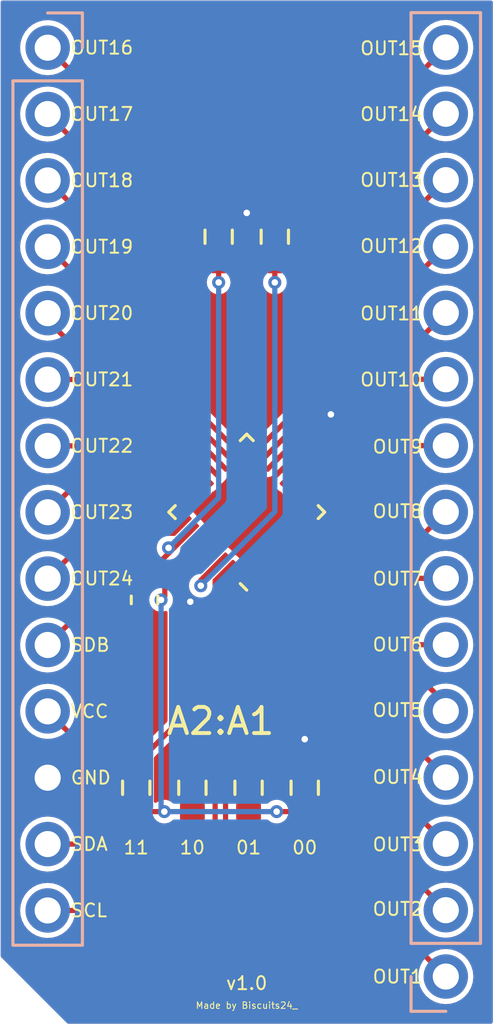
<source format=kicad_pcb>
(kicad_pcb (version 20211014) (generator pcbnew)
  (layers (0 "F.Cu" signal) (31 "B.Cu" signal) (34 "B.Paste" user) (35 "F.Paste" user) (36 "B.SilkS" user "B.Silkscreen") (37 "F.SilkS" user "F.Silkscreen") (38 "B.Mask" user) (39 "F.Mask" user) (44 "Edge.Cuts" user))
  (net 0 "")
  (net 1 "SDB")
  (net 2 "OUT1")
  (net 3 "OUT2")
  (net 4 "OUT3")
  (net 5 "OUT4")
  (net 6 "OUT5")
  (net 7 "OUT6")
  (net 8 "OUT7")
  (net 9 "OUT8")
  (net 10 "OUT9")
  (net 11 "OUT10")
  (net 12 "OUT11")
  (net 13 "OUT12")
  (net 14 "GND")
  (net 15 "OUT13")
  (net 16 "OUT14")
  (net 17 "OUT15")
  (net 18 "OUT16")
  (net 19 "OUT17")
  (net 20 "OUT18")
  (net 21 "OUT19")
  (net 22 "OUT20")
  (net 23 "OUT21")
  (net 24 "OUT22")
  (net 25 "OUT23")
  (net 26 "OUT24")
  (net 27 "AD")
  (net 28 "VCC")
  (net 29 "ISET")
  (net 30 "SDA")
  (net 31 "SCL")
  (footprint "Resistor_SMD:R_0603_1608Metric_Pad0.98x0.95mm_HandSolder" (layer "F.Cu") (at 106.43 66.34 90)
    (fp_text reference "R6" hide)
    (fp_text value "R_0603_1608Metric_Pad0.98x0.95mm_HandSolder" hide)
    (fp_line (start -0.254724 0.5225) (end 0.254724 0.5225) (layer "F.SilkS") (width 0.12))
    (fp_line (start -0.254724 -0.5225) (end 0.254724 -0.5225) (layer "F.SilkS") (width 0.12))
    (pad "1" smd roundrect (at -0.9125 0 90) (size 0.975 0.95) (layers "F.Cu" "F.Paste" "F.Mask") (net 27 "AD"))
    (pad "2" smd roundrect (at 0.9125 0 90) (size 0.975 0.95) (layers "F.Cu" "F.Paste" "F.Mask") (net 14 "GND"))
  )
  (footprint "Capacitor_SMD:C_0603_1608Metric_Pad1.08x0.95mm_HandSolder" (layer "F.Cu") (at 100.3 59.15 -90)
    (fp_text reference "C1" hide)
    (fp_text value "0.1μF/5V" hide)
    (fp_line (start -0.146267 0.51) (end 0.146267 0.51) (layer "F.SilkS") (width 0.12))
    (fp_line (start -0.146267 -0.51) (end 0.146267 -0.51) (layer "F.SilkS") (width 0.12))
    (pad "1" smd roundrect (at -0.8625 0 270) (size 1.075 0.95) (layers "F.Cu" "F.Paste" "F.Mask") (net 1 "SDB"))
    (pad "2" smd roundrect (at 0.8625 0 270) (size 1.075 0.95) (layers "F.Cu" "F.Paste" "F.Mask") (net 14 "GND"))
  )
  (footprint "Resistor_SMD:R_0603_1608Metric_Pad0.98x0.95mm_HandSolder" (layer "F.Cu") (at 103.135 45.25 90)
    (fp_text reference "R1" hide)
    (fp_text value "100kΩ" hide)
    (fp_line (start -0.254724 -0.5225) (end 0.254724 -0.5225) (layer "F.SilkS") (width 0.12))
    (fp_line (start -0.254724 0.5225) (end 0.254724 0.5225) (layer "F.SilkS") (width 0.12))
    (pad "1" smd roundrect (at -0.9125 0 90) (size 0.975 0.95) (layers "F.Cu" "F.Paste" "F.Mask") (net 1 "SDB"))
    (pad "2" smd roundrect (at 0.9125 0 90) (size 0.975 0.95) (layers "F.Cu" "F.Paste" "F.Mask") (net 14 "GND"))
  )
  (footprint "Resistor_SMD:R_0603_1608Metric_Pad0.98x0.95mm_HandSolder" (layer "F.Cu") (at 105.285 45.25 90)
    (fp_text reference "R2" hide)
    (fp_text value "3.3kΩ" hide)
    (fp_line (start -0.254724 0.5225) (end 0.254724 0.5225) (layer "F.SilkS") (width 0.12))
    (fp_line (start -0.254724 -0.5225) (end 0.254724 -0.5225) (layer "F.SilkS") (width 0.12))
    (pad "1" smd roundrect (at -0.9125 0 90) (size 0.975 0.95) (layers "F.Cu" "F.Paste" "F.Mask") (net 29 "ISET"))
    (pad "2" smd roundrect (at 0.9125 0 90) (size 0.975 0.95) (layers "F.Cu" "F.Paste" "F.Mask") (net 14 "GND"))
  )
  (footprint "Resistor_SMD:R_0603_1608Metric_Pad0.98x0.95mm_HandSolder" (layer "F.Cu") (at 99.98 66.34 90)
    (fp_text reference "R3" hide)
    (fp_text value "R_0603_1608Metric_Pad0.98x0.95mm_HandSolder" hide)
    (fp_line (start -0.254724 0.5225) (end 0.254724 0.5225) (layer "F.SilkS") (width 0.12))
    (fp_line (start -0.254724 -0.5225) (end 0.254724 -0.5225) (layer "F.SilkS") (width 0.12))
    (pad "1" smd roundrect (at -0.9125 0 90) (size 0.975 0.95) (layers "F.Cu" "F.Paste" "F.Mask") (net 27 "AD"))
    (pad "2" smd roundrect (at 0.9125 0 90) (size 0.975 0.95) (layers "F.Cu" "F.Paste" "F.Mask") (net 28 "VCC"))
  )
  (footprint "Resistor_SMD:R_0603_1608Metric_Pad0.98x0.95mm_HandSolder" (layer "F.Cu") (at 104.28 66.34 90)
    (fp_text reference "R5" hide)
    (fp_text value "R_0603_1608Metric_Pad0.98x0.95mm_HandSolder" hide)
    (fp_line (start -0.254724 0.5225) (end 0.254724 0.5225) (layer "F.SilkS") (width 0.12))
    (fp_line (start -0.254724 -0.5225) (end 0.254724 -0.5225) (layer "F.SilkS") (width 0.12))
    (pad "1" smd roundrect (at -0.9125 0 90) (size 0.975 0.95) (layers "F.Cu" "F.Paste" "F.Mask") (net 27 "AD"))
    (pad "2" smd roundrect (at 0.9125 0 90) (size 0.975 0.95) (layers "F.Cu" "F.Paste" "F.Mask") (net 31 "SCL"))
  )
  (footprint "Package_DFN_QFN:QFN-32-1EP_4x4mm_P0.4mm_EP2.9x2.9mm" (layer "F.Cu") (at 104.21 55.79 135)
    (fp_text reference "U1" hide)
    (fp_text value "QFN-32-1EP_4x4mm_P0.4mm_EP2.9x2.9mm" hide)
    (fp_line (start 1.76 -2.11) (end 2.11 -2.11) (layer "F.SilkS") (width 0.12))
    (fp_line (start -1.76 2.11) (end -2.11 2.11) (layer "F.SilkS") (width 0.12))
    (fp_line (start -2.11 2.11) (end -2.11 1.76) (layer "F.SilkS") (width 0.12))
    (fp_line (start 1.76 2.11) (end 2.11 2.11) (layer "F.SilkS") (width 0.12))
    (fp_line (start 2.11 -2.11) (end 2.11 -1.76) (layer "F.SilkS") (width 0.12))
    (fp_line (start -1.76 -2.11) (end -2.11 -2.11) (layer "F.SilkS") (width 0.12))
    (fp_line (start 2.11 2.11) (end 2.11 1.76) (layer "F.SilkS") (width 0.12))
    (pad "1" smd roundrect (at -2 -1.4 135) (size 0.7 0.2) (layers "F.Cu" "F.Paste" "F.Mask") (net 2 "OUT1"))
    (pad "2" smd roundrect (at -2 -1 135) (size 0.7 0.2) (layers "F.Cu" "F.Paste" "F.Mask") (net 3 "OUT2"))
    (pad "3" smd roundrect (at -2 -0.6 135) (size 0.7 0.2) (layers "F.Cu" "F.Paste" "F.Mask") (net 4 "OUT3"))
    (pad "4" smd roundrect (at -2 -0.2 135) (size 0.7 0.2) (layers "F.Cu" "F.Paste" "F.Mask") (net 5 "OUT4"))
    (pad "5" smd roundrect (at -2 0.2 135) (size 0.7 0.2) (layers "F.Cu" "F.Paste" "F.Mask") (net 6 "OUT5"))
    (pad "6" smd roundrect (at -2 0.6 135) (size 0.7 0.2) (layers "F.Cu" "F.Paste" "F.Mask") (net 7 "OUT6"))
    (pad "7" smd roundrect (at -2 1 135) (size 0.7 0.2) (layers "F.Cu" "F.Paste" "F.Mask") (net 8 "OUT7"))
    (pad "8" smd roundrect (at -2 1.4 135) (size 0.7 0.2) (layers "F.Cu" "F.Paste" "F.Mask") (net 9 "OUT8"))
    (pad "9" smd roundrect (at -1.4 2 135) (size 0.2 0.7) (layers "F.Cu" "F.Paste" "F.Mask") (net 10 "OUT9"))
    (pad "10" smd roundrect (at -1 2 135) (size 0.2 0.7) (layers "F.Cu" "F.Paste" "F.Mask") (net 11 "OUT10"))
    (pad "11" smd roundrect (at -0.6 2 135) (size 0.2 0.7) (layers "F.Cu" "F.Paste" "F.Mask") (net 12 "OUT11"))
    (pad "12" smd roundrect (at -0.2 2 135) (size 0.2 0.7) (layers "F.Cu" "F.Paste" "F.Mask") (net 13 "OUT12"))
    (pad "13" smd roundrect (at 0.2 2 135) (size 0.2 0.7) (layers "F.Cu" "F.Paste" "F.Mask") (net 14 "GND"))
    (pad "14" smd roundrect (at 0.6 2 135) (size 0.2 0.7) (layers "F.Cu" "F.Paste" "F.Mask") (net 15 "OUT13"))
    (pad "15" smd roundrect (at 1 2 135) (size 0.2 0.7) (layers "F.Cu" "F.Paste" "F.Mask") (net 16 "OUT14"))
    (pad "16" smd roundrect (at 1.4 2 135) (size 0.2 0.7) (layers "F.Cu" "F.Paste" "F.Mask") (net 17 "OUT15"))
    (pad "17" smd roundrect (at 2 1.4 135) (size 0.7 0.2) (layers "F.Cu" "F.Paste" "F.Mask") (net 18 "OUT16"))
    (pad "18" smd roundrect (at 2 1 135) (size 0.7 0.2) (layers "F.Cu" "F.Paste" "F.Mask") (net 19 "OUT17"))
    (pad "19" smd roundrect (at 2 0.6 135) (size 0.7 0.2) (layers "F.Cu" "F.Paste" "F.Mask") (net 20 "OUT18"))
    (pad "20" smd roundrect (at 2 0.2 135) (size 0.7 0.2) (layers "F.Cu" "F.Paste" "F.Mask") (net 21 "OUT19"))
    (pad "21" smd roundrect (at 2 -0.2 135) (size 0.7 0.2) (layers "F.Cu" "F.Paste" "F.Mask") (net 22 "OUT20"))
    (pad "22" smd roundrect (at 2 -0.6 135) (size 0.7 0.2) (layers "F.Cu" "F.Paste" "F.Mask") (net 23 "OUT21"))
    (pad "23" smd roundrect (at 2 -1 135) (size 0.7 0.2) (layers "F.Cu" "F.Paste" "F.Mask") (net 24 "OUT22"))
    (pad "24" smd roundrect (at 2 -1.4 135) (size 0.7 0.2) (layers "F.Cu" "F.Paste" "F.Mask") (net 25 "OUT23"))
    (pad "25" smd roundrect (at 1.4 -2 135) (size 0.2 0.7) (layers "F.Cu" "F.Paste" "F.Mask") (net 26 "OUT24"))
    (pad "26" smd roundrect (at 1 -2 135) (size 0.2 0.7) (layers "F.Cu" "F.Paste" "F.Mask") (net 1 "SDB"))
    (pad "27" smd roundrect (at 0.6 -2 135) (size 0.2 0.7) (layers "F.Cu" "F.Paste" "F.Mask") (net 27 "AD"))
    (pad "28" smd roundrect (at 0.2 -2 135) (size 0.2 0.7) (layers "F.Cu" "F.Paste" "F.Mask") (net 28 "VCC"))
    (pad "29" smd roundrect (at -0.2 -2 135) (size 0.2 0.7) (layers "F.Cu" "F.Paste" "F.Mask") (net 14 "GND"))
    (pad "30" smd roundrect (at -0.6 -2 135) (size 0.2 0.7) (layers "F.Cu" "F.Paste" "F.Mask") (net 29 "ISET"))
    (pad "31" smd roundrect (at -1 -2 135) (size 0.2 0.7) (layers "F.Cu" "F.Paste" "F.Mask") (net 30 "SDA"))
    (pad "32" smd roundrect (at -1.4 -2 135) (size 0.2 0.7) (layers "F.Cu" "F.Paste" "F.Mask") (net 31 "SCL"))
    (pad "33" smd rect (at 0 0 135) (size 2.9 2.9) (layers "F.Cu" "F.Mask") (net 14 "GND"))
  )
  (footprint "Resistor_SMD:R_0603_1608Metric_Pad0.98x0.95mm_HandSolder" (layer "F.Cu") (at 102.13 66.34 90)
    (fp_text reference "R4" hide)
    (fp_text value "R_0603_1608Metric_Pad0.98x0.95mm_HandSolder" hide)
    (fp_line (start -0.254724 -0.5225) (end 0.254724 -0.5225) (layer "F.SilkS") (width 0.12))
    (fp_line (start -0.254724 0.5225) (end 0.254724 0.5225) (layer "F.SilkS") (width 0.12))
    (pad "1" smd roundrect (at -0.9125 0 90) (size 0.975 0.95) (layers "F.Cu" "F.Paste" "F.Mask") (net 27 "AD"))
    (pad "2" smd roundrect (at 0.9125 0 90) (size 0.975 0.95) (layers "F.Cu" "F.Paste" "F.Mask") (net 30 "SDA"))
  )
  (footprint "Connector_PinHeader_2.54mm:PinHeader_1x14_P2.54mm_Vertical" (layer "B.Cu") (at 96.59 38.015 180)
    (fp_text reference "REF**" hide)
    (fp_text value "PinHeader_1x14_P2.54mm_Vertical" hide)
    (fp_line (start -1.33 -1.27) (end 1.33 -1.27) (layer "B.SilkS") (width 0.12))
    (fp_line (start -1.33 -34.35) (end 1.33 -34.35) (layer "B.SilkS") (width 0.12))
    (fp_line (start -1.33 0) (end -1.33 1.33) (layer "B.SilkS") (width 0.12))
    (fp_line (start -1.33 1.33) (end 0 1.33) (layer "B.SilkS") (width 0.12))
    (fp_line (start -1.33 -1.27) (end -1.33 -34.35) (layer "B.SilkS") (width 0.12))
    (fp_line (start 1.33 -1.27) (end 1.33 -34.35) (layer "B.SilkS") (width 0.12))
    (pad "1" thru_hole oval (at 0 0 180) (size 1.7 1.7) (drill 1) (layers *.Cu *.Mask) (net 18 "OUT16"))
    (pad "2" thru_hole oval (at 0 -2.54 180) (size 1.7 1.7) (drill 1) (layers *.Cu *.Mask) (net 19 "OUT17"))
    (pad "3" thru_hole oval (at 0 -5.08 180) (size 1.7 1.7) (drill 1) (layers *.Cu *.Mask) (net 20 "OUT18"))
    (pad "4" thru_hole oval (at 0 -7.62 180) (size 1.7 1.7) (drill 1) (layers *.Cu *.Mask) (net 21 "OUT19"))
    (pad "5" thru_hole oval (at 0 -10.16 180) (size 1.7 1.7) (drill 1) (layers *.Cu *.Mask) (net 22 "OUT20"))
    (pad "6" thru_hole oval (at 0 -12.7 180) (size 1.7 1.7) (drill 1) (layers *.Cu *.Mask) (net 23 "OUT21"))
    (pad "7" thru_hole oval (at 0 -15.24 180) (size 1.7 1.7) (drill 1) (layers *.Cu *.Mask) (net 24 "OUT22"))
    (pad "8" thru_hole oval (at 0 -17.78 180) (size 1.7 1.7) (drill 1) (layers *.Cu *.Mask) (net 25 "OUT23"))
    (pad "9" thru_hole oval (at 0 -20.32 180) (size 1.7 1.7) (drill 1) (layers *.Cu *.Mask) (net 26 "OUT24"))
    (pad "10" thru_hole oval (at 0 -22.86 180) (size 1.7 1.7) (drill 1) (layers *.Cu *.Mask) (net 1 "SDB"))
    (pad "11" thru_hole oval (at 0 -25.4 180) (size 1.7 1.7) (drill 1) (layers *.Cu *.Mask) (net 28 "VCC"))
    (pad "12" thru_hole oval (at 0 -27.94 180) (size 1.7 1.7) (drill 1) (layers *.Cu *.Mask) (net 14 "GND"))
    (pad "13" thru_hole oval (at 0 -30.48 180) (size 1.7 1.7) (drill 1) (layers *.Cu *.Mask) (net 30 "SDA"))
    (pad "14" thru_hole oval (at 0 -33.02 180) (size 1.7 1.7) (drill 1) (layers *.Cu *.Mask) (net 31 "SCL"))
  )
  (footprint "Connector_PinHeader_2.54mm:PinHeader_1x15_P2.54mm_Vertical" (layer "B.Cu") (at 111.83 73.565)
    (fp_text reference "REF**" hide)
    (fp_text value "PinHeader_1x15_P2.54mm_Vertical" hide)
    (fp_line (start -1.33 -36.89) (end 1.33 -36.89) (layer "B.SilkS") (width 0.12))
    (fp_line (start -1.33 0) (end -1.33 1.33) (layer "B.SilkS") (width 0.12))
    (fp_line (start 1.33 -1.27) (end 1.33 -36.89) (layer "B.SilkS") (width 0.12))
    (fp_line (start -1.33 -1.27) (end -1.33 -36.89) (layer "B.SilkS") (width 0.12))
    (fp_line (start -1.33 1.33) (end 0 1.33) (layer "B.SilkS") (width 0.12))
    (fp_line (start -1.33 -1.27) (end 1.33 -1.27) (layer "B.SilkS") (width 0.12))
    (pad "1" thru_hole oval (at 0 0) (size 1.7 1.7) (drill 1) (layers *.Cu *.Mask) (net 2 "OUT1"))
    (pad "2" thru_hole oval (at 0 -2.54) (size 1.7 1.7) (drill 1) (layers *.Cu *.Mask) (net 3 "OUT2"))
    (pad "3" thru_hole oval (at 0 -5.08) (size 1.7 1.7) (drill 1) (layers *.Cu *.Mask) (net 4 "OUT3"))
    (pad "4" thru_hole oval (at 0 -7.62) (size 1.7 1.7) (drill 1) (layers *.Cu *.Mask) (net 5 "OUT4"))
    (pad "5" thru_hole oval (at 0 -10.16) (size 1.7 1.7) (drill 1) (layers *.Cu *.Mask) (net 6 "OUT5"))
    (pad "6" thru_hole oval (at 0 -12.7) (size 1.7 1.7) (drill 1) (layers *.Cu *.Mask) (net 7 "OUT6"))
    (pad "7" thru_hole oval (at 0 -15.24) (size 1.7 1.7) (drill 1) (layers *.Cu *.Mask) (net 8 "OUT7"))
    (pad "8" thru_hole oval (at 0 -17.78) (size 1.7 1.7) (drill 1) (layers *.Cu *.Mask) (net 9 "OUT8"))
    (pad "9" thru_hole oval (at 0 -20.32) (size 1.7 1.7) (drill 1) (layers *.Cu *.Mask) (net 10 "OUT9"))
    (pad "10" thru_hole oval (at 0 -22.86) (size 1.7 1.7) (drill 1) (layers *.Cu *.Mask) (net 11 "OUT10"))
    (pad "11" thru_hole oval (at 0 -25.4) (size 1.7 1.7) (drill 1) (layers *.Cu *.Mask) (net 12 "OUT11"))
    (pad "12" thru_hole oval (at 0 -27.94) (size 1.7 1.7) (drill 1) (layers *.Cu *.Mask) (net 13 "OUT12"))
    (pad "13" thru_hole oval (at 0 -30.48) (size 1.7 1.7) (drill 1) (layers *.Cu *.Mask) (net 15 "OUT13"))
    (pad "14" thru_hole oval (at 0 -33.02) (size 1.7 1.7) (drill 1) (layers *.Cu *.Mask) (net 16 "OUT14"))
    (pad "15" thru_hole oval (at 0 -35.56) (size 1.7 1.7) (drill 1) (layers *.Cu *.Mask) (net 17 "OUT15"))
  )
  (gr_line (start 113.63 36.21) (end 94.79 36.21) (layer "Edge.Cuts") (width 0.0001))
  (gr_line (start 94.79 36.21) (end 94.79 72.81) (layer "Edge.Cuts") (width 0.0001))
  (gr_line (start 97.35 75.37) (end 113.63 75.37) (layer "Edge.Cuts") (width 0.0001))
  (gr_line (start 94.79 72.81) (end 97.35 75.37) (layer "Edge.Cuts") (width 0.0001))
  (gr_line (start 113.63 75.37) (end 113.63 36.21) (layer "Edge.Cuts") (width 0.0001))
  (gr_text "OUT9" (at 109.988095 53.29) (layer "F.SilkS") (effects (font (size 0.5 0.5) (thickness 0.075))))
  (gr_text "v1.0" (at 104.209999 73.82) (layer "F.SilkS") (effects (font (size 0.5 0.5) (thickness 0.075))))
  (gr_text "SDA\n" (at 98.181905 68.495) (layer "F.SilkS") (effects (font (size 0.5 0.5) (thickness 0.075))))
  (gr_text "OUT6" (at 109.988095 60.86) (layer "F.SilkS") (effects (font (size 0.5 0.5) (thickness 0.075))))
  (gr_text "OUT19" (at 98.67 45.635) (layer "F.SilkS") (effects (font (size 0.5 0.5) (thickness 0.075))))
  (gr_text "A2:A1" (at 103.205 63.79) (layer "F.SilkS") (effects (font (size 1 1))))
  (gr_text "01" (at 104.279999 68.63) (layer "F.SilkS") (effects (font (size 0.5 0.5) (thickness 0.075))))
  (gr_text "OUT2" (at 109.988095 70.98) (layer "F.SilkS") (effects (font (size 0.5 0.5) (thickness 0.075))))
  (gr_text "00" (at 106.429999 68.63) (layer "F.SilkS") (effects (font (size 0.5 0.5) (thickness 0.075))))
  (gr_text "Made by Biscuits24_" (at 104.209999 74.67) (layer "F.SilkS") (effects (font (size 0.25 0.25) (thickness 0.0375))))
  (gr_text "OUT4" (at 109.988095 65.93) (layer "F.SilkS") (effects (font (size 0.5 0.5) (thickness 0.075))))
  (gr_text "OUT17" (at 98.67 40.555) (layer "F.SilkS") (effects (font (size 0.5 0.5) (thickness 0.075))))
  (gr_text "OUT24" (at 98.67 58.335) (layer "F.SilkS") (effects (font (size 0.5 0.5) (thickness 0.075))))
  (gr_text "OUT5" (at 109.988095 63.37) (layer "F.SilkS") (effects (font (size 0.5 0.5) (thickness 0.075))))
  (gr_text "OUT1" (at 109.988095 73.57) (layer "F.SilkS") (effects (font (size 0.5 0.5) (thickness 0.075))))
  (gr_text "10" (at 102.129999 68.63) (layer "F.SilkS") (effects (font (size 0.5 0.5) (thickness 0.075))))
  (gr_text "OUT14" (at 109.75 40.56) (layer "F.SilkS") (effects (font (size 0.5 0.5) (thickness 0.075))))
  (gr_text "OUT8" (at 109.988095 55.76) (layer "F.SilkS") (effects (font (size 0.5 0.5) (thickness 0.075))))
  (gr_text "SCL" (at 98.17 71.035) (layer "F.SilkS") (effects (font (size 0.5 0.5) (thickness 0.075))))
  (gr_text "OUT23" (at 98.67 55.795) (layer "F.SilkS") (effects (font (size 0.5 0.5) (thickness 0.075))))
  (gr_text "OUT22" (at 98.67 53.255) (layer "F.SilkS") (effects (font (size 0.5 0.5) (thickness 0.075))))
  (gr_text "OUT13" (at 109.75 43.08) (layer "F.SilkS") (effects (font (size 0.5 0.5) (thickness 0.075))))
  (gr_text "OUT18" (at 98.67 43.095) (layer "F.SilkS") (effects (font (size 0.5 0.5) (thickness 0.075))))
  (gr_text "GND" (at 98.241429 65.955) (layer "F.SilkS") (effects (font (size 0.5 0.5) (thickness 0.075))))
  (gr_text "OUT7" (at 109.988095 58.34) (layer "F.SilkS") (effects (font (size 0.5 0.5) (thickness 0.075))))
  (gr_text "SDB" (at 98.217619 60.875) (layer "F.SilkS") (effects (font (size 0.5 0.5) (thickness 0.075))))
  (gr_text "11" (at 99.979999 68.63) (layer "F.SilkS") (effects (font (size 0.5 0.5) (thickness 0.075))))
  (gr_text "OUT11" (at 109.75 48.19) (layer "F.SilkS") (effects (font (size 0.5 0.5) (thickness 0.075))))
  (gr_text "VCC" (at 98.193809 63.415) (layer "F.SilkS") (effects (font (size 0.5 0.5) (thickness 0.075))))
  (gr_text "OUT20" (at 98.67 48.175) (layer "F.SilkS") (effects (font (size 0.5 0.5) (thickness 0.075))))
  (gr_text "OUT21" (at 98.67 50.715) (layer "F.SilkS") (effects (font (size 0.5 0.5) (thickness 0.075))))
  (gr_text "OUT16" (at 98.67 38.015) (layer "F.SilkS") (effects (font (size 0.5 0.5) (thickness 0.075))))
  (gr_text "OUT10" (at 109.75 50.72) (layer "F.SilkS") (effects (font (size 0.5 0.5) (thickness 0.075))))
  (gr_text "OUT12" (at 109.75 45.61) (layer "F.SilkS") (effects (font (size 0.5 0.5) (thickness 0.075))))
  (gr_text "OUT3" (at 109.988095 68.51) (layer "F.SilkS") (effects (font (size 0.5 0.5) (thickness 0.075))))
  (gr_text "OUT15" (at 109.75 38.04) (layer "F.SilkS") (effects (font (size 0.5 0.5) (thickness 0.075))))
  (segment (start 100.42 58.1675) (end 99.2975 58.1675) (width 0.2) (layer "F.Cu") (net 1))
  (segment (start 101.21718 57.15718) (end 101.322894 57.262894) (width 0.2) (layer "F.Cu") (net 1))
  (segment (start 100.38 58.2075) (end 100.38 58.205787) (width 0.2) (layer "F.Cu") (net 1))
  (segment (start 103.135 47) (end 103.135 46.1625) (width 0.2) (layer "F.Cu") (net 1))
  (segment (start 99.2975 58.1675) (end 96.59 60.875) (width 0.2) (layer "F.Cu") (net 1))
  (segment (start 100.42 58.165787) (end 101.237894 57.347894) (width 0.2) (layer "F.Cu") (net 1))
  (segment (start 101.322894 57.262894) (end 102.08868 56.497107) (width 0.2) (layer "F.Cu") (net 1))
  (segment (start 100.42 58.1675) (end 100.42 58.165787) (width 0.2) (layer "F.Cu") (net 1))
  (segment (start 101.237894 57.347894) (end 101.322894 57.262894) (width 0.2) (layer "F.Cu") (net 1))
  (via micro (at 103.135 47) (size 0.5) (drill 0.25) (layers "F.Cu" "B.Cu") (net 1))
  (via micro (at 101.21718 57.15718) (size 0.5) (drill 0.25) (layers "F.Cu" "B.Cu") (net 1))
  (segment (start 103.135 55.23936) (end 103.135 47) (width 0.2) (layer "B.Cu") (net 1))
  (segment (start 101.21718 57.15718) (end 103.135 55.23936) (width 0.2) (layer "B.Cu") (net 1))
  (segment (start 111.83 73.565) (end 109.1105 70.8455) (width 0.2) (layer "F.Cu") (net 2))
  (segment (start 109.1105 70.8455) (end 109.1105 62.670399) (width 0.2) (layer "F.Cu") (net 2))
  (segment (start 109.1105 62.670399) (end 104.634264 58.194163) (width 0.2) (layer "F.Cu") (net 2))
  (segment (start 109.51 62.504213) (end 104.917107 57.91132) (width 0.2) (layer "F.Cu") (net 3))
  (segment (start 111.83 71.025) (end 109.51 68.705) (width 0.2) (layer "F.Cu") (net 3))
  (segment (start 109.51 68.705) (end 109.51 62.504213) (width 0.2) (layer "F.Cu") (net 3))
  (segment (start 111.83 68.485) (end 109.9105 66.5655) (width 0.2) (layer "F.Cu") (net 4))
  (segment (start 109.9105 66.5655) (end 109.9105 62.339029) (width 0.2) (layer "F.Cu") (net 4))
  (segment (start 109.9105 62.339029) (end 105.199949 57.628478) (width 0.2) (layer "F.Cu") (net 4))
  (segment (start 110.31 64.425) (end 110.31 62.172843) (width 0.2) (layer "F.Cu") (net 5))
  (segment (start 110.31 62.172843) (end 105.482792 57.345635) (width 0.2) (layer "F.Cu") (net 5))
  (segment (start 111.83 65.945) (end 110.31 64.425) (width 0.2) (layer "F.Cu") (net 5))
  (segment (start 111.83 63.127157) (end 105.765635 57.062792) (width 0.2) (layer "F.Cu") (net 6))
  (segment (start 111.83 63.405) (end 111.83 63.127157) (width 0.2) (layer "F.Cu") (net 6))
  (segment (start 111.83 60.865) (end 110.133529 60.865) (width 0.2) (layer "F.Cu") (net 7))
  (segment (start 110.133529 60.865) (end 106.048478 56.779949) (width 0.2) (layer "F.Cu") (net 7))
  (segment (start 111.83 58.325) (end 108.159213 58.325) (width 0.2) (layer "F.Cu") (net 8))
  (segment (start 108.159213 58.325) (end 106.33132 56.497107) (width 0.2) (layer "F.Cu") (net 8))
  (segment (start 106.614163 56.214264) (end 106.614264 56.214264) (width 0.2) (layer "F.Cu") (net 9))
  (segment (start 107 56.6) (end 111.015 56.6) (width 0.2) (layer "F.Cu") (net 9))
  (segment (start 106.614264 56.214264) (end 107 56.6) (width 0.2) (layer "F.Cu") (net 9))
  (segment (start 111.015 56.6) (end 111.83 55.785) (width 0.2) (layer "F.Cu") (net 9))
  (segment (start 108.734899 53.245) (end 111.83 53.245) (width 0.2) (layer "F.Cu") (net 10))
  (segment (start 106.614163 55.365736) (end 108.734899 53.245) (width 0.2) (layer "F.Cu") (net 10))
  (segment (start 106.33132 55.082893) (end 106.332028 55.082893) (width 0.2) (layer "F.Cu") (net 11))
  (segment (start 106.332028 55.082893) (end 110.709921 50.705) (width 0.2) (layer "F.Cu") (net 11))
  (segment (start 110.709921 50.705) (end 111.83 50.705) (width 0.2) (layer "F.Cu") (net 11))
  (segment (start 111.83 48.165) (end 110.314972 49.680028) (width 0.2) (layer "F.Cu") (net 12))
  (segment (start 110.314972 50.534971) (end 107.369972 53.479971) (width 0.2) (layer "F.Cu") (net 12))
  (segment (start 107.368558 53.479971) (end 106.048478 54.800051) (width 0.2) (layer "F.Cu") (net 12))
  (segment (start 107.369972 53.479971) (end 107.368558 53.479971) (width 0.2) (layer "F.Cu") (net 12))
  (segment (start 110.314972 49.680028) (end 110.314972 50.534971) (width 0.2) (layer "F.Cu") (net 12))
  (segment (start 105.765635 54.517208) (end 109.760361 50.522482) (width 0.2) (layer "F.Cu") (net 13))
  (segment (start 109.762483 50.522482) (end 109.915472 50.369493) (width 0.2) (layer "F.Cu") (net 13))
  (segment (start 109.915472 47.539528) (end 111.83 45.625) (width 0.2) (layer "F.Cu") (net 13))
  (segment (start 109.760361 50.522482) (end 109.762483 50.522482) (width 0.2) (layer "F.Cu") (net 13))
  (segment (start 109.915472 50.369493) (end 109.915472 47.539528) (width 0.2) (layer "F.Cu") (net 13))
  (segment (start 102.937208 57.345635) (end 103.77 56.512843) (width 0.2) (layer "F.Cu") (net 14))
  (segment (start 102.022129 58.260714) (end 102.020713 58.260714) (width 0.2) (layer "F.Cu") (net 14))
  (segment (start 102.022129 58.260714) (end 102.002 58.280843) (width 0.2) (layer "F.Cu") (net 14))
  (segment (start 101.880043 58.4028) (end 101.880043 59.969957) (width 0.2) (layer "F.Cu") (net 14))
  (segment (start 105.4835 54.234365) (end 106.378933 53.338932) (width 0.2) (layer "F.Cu") (net 14))
  (segment (start 106.378933 53.338932) (end 107.548933 52.168933) (width 0.2) (layer "F.Cu") (net 14))
  (segment (start 102.002 58.280843) (end 101.880043 58.4028) (width 0.2) (layer "F.Cu") (net 14))
  (segment (start 102.937208 57.345635) (end 102.022129 58.260714) (width 0.2) (layer "F.Cu") (net 14))
  (via micro (at 106.43 64.48) (size 0.5) (drill 0.25) (layers "F.Cu" "B.Cu") (net 14))
  (via micro (at 104.210001 44.3375) (size 0.5) (drill 0.25) (layers "F.Cu" "B.Cu") (net 14))
  (via micro (at 107.43 52.05) (size 0.5) (drill 0.25) (layers "F.Cu" "B.Cu") (net 14))
  (via micro (at 102.05 59.22) (size 0.5) (drill 0.25) (layers "F.Cu" "B.Cu") (net 14))
  (segment (start 105.590028 53.561443) (end 105.591444 53.561443) (width 0.2) (layer "F.Cu") (net 15))
  (segment (start 109.116472 45.798528) (end 111.83 43.085) (width 0.2) (layer "F.Cu") (net 15))
  (segment (start 106.8585 52.294387) (end 106.8585 48.0515) (width 0.2) (layer "F.Cu") (net 15))
  (segment (start 105.199949 53.951522) (end 105.590028 53.561443) (width 0.2) (layer "F.Cu") (net 15))
  (segment (start 109.111472 45.798528) (end 109.116472 45.798528) (width 0.2) (layer "F.Cu") (net 15))
  (segment (start 105.591444 53.561443) (end 106.8585 52.294387) (width 0.2) (layer "F.Cu") (net 15))
  (segment (start 106.8585 48.0515) (end 109.111472 45.798528) (width 0.2) (layer "F.Cu") (net 15))
  (segment (start 106.459 52.126787) (end 106.459 45.916) (width 0.2) (layer "F.Cu") (net 16))
  (segment (start 106.459 45.916) (end 111.83 40.545) (width 0.2) (layer "F.Cu") (net 16))
  (segment (start 104.917107 53.66868) (end 106.459 52.126787) (width 0.2) (layer "F.Cu") (net 16))
  (segment (start 104.634264 53.385837) (end 104.634264 53.385736) (width 0.2) (layer "F.Cu") (net 17))
  (segment (start 104.634264 53.385736) (end 104.92 53.1) (width 0.2) (layer "F.Cu") (net 17))
  (segment (start 106.0595 43.7755) (end 111.83 38.005) (width 0.2) (layer "F.Cu") (net 17))
  (segment (start 105.02 53) (end 106.0595 51.9605) (width 0.2) (layer "F.Cu") (net 17))
  (segment (start 106.0595 51.9605) (end 106.0595 43.7755) (width 0.2) (layer "F.Cu") (net 17))
  (segment (start 104.92 53.1) (end 105.02 53) (width 0.2) (layer "F.Cu") (net 17))
  (segment (start 99.3195 40.7445) (end 96.59 38.015) (width 0.2) (layer "F.Cu") (net 18))
  (segment (start 103.785736 53.385116) (end 99.3185 48.91788) (width 0.2) (layer "F.Cu") (net 18))
  (segment (start 99.3195 48.479) (end 99.3195 40.7445) (width 0.2) (layer "F.Cu") (net 18))
  (segment (start 99.3185 48.48) (end 99.3195 48.479) (width 0.2) (layer "F.Cu") (net 18))
  (segment (start 99.3185 48.91788) (end 99.3185 48.48) (width 0.2) (layer "F.Cu") (net 18))
  (segment (start 98.919 45.701) (end 98.92 45.7) (width 0.2) (layer "F.Cu") (net 19))
  (segment (start 98.92 42.885) (end 96.59 40.555) (width 0.2) (layer "F.Cu") (net 19))
  (segment (start 100.296473 50.460831) (end 98.919 49.083358) (width 0.2) (layer "F.Cu") (net 19))
  (segment (start 103.502893 53.66868) (end 100.296473 50.46226) (width 0.2) (layer "F.Cu") (net 19))
  (segment (start 98.92 45.7) (end 98.92 42.885) (width 0.2) (layer "F.Cu") (net 19))
  (segment (start 100.296473 50.46226) (end 100.296473 50.460831) (width 0.2) (layer "F.Cu") (net 19))
  (segment (start 98.919 49.083358) (end 98.919 45.701) (width 0.2) (layer "F.Cu") (net 19))
  (segment (start 99.896973 50.628444) (end 99.896973 50.626309) (width 0.2) (layer "F.Cu") (net 20))
  (segment (start 99.896973 50.626309) (end 98.5195 49.248836) (width 0.2) (layer "F.Cu") (net 20))
  (segment (start 103.220051 53.951522) (end 99.896973 50.628444) (width 0.2) (layer "F.Cu") (net 20))
  (segment (start 98.5195 45.0245) (end 96.59 43.095) (width 0.2) (layer "F.Cu") (net 20))
  (segment (start 98.5195 49.248836) (end 98.5195 45.0245) (width 0.2) (layer "F.Cu") (net 20))
  (segment (start 98.12 47.165) (end 98.12 49.414314) (width 0.2) (layer "F.Cu") (net 21))
  (segment (start 96.59 45.635) (end 98.12 47.165) (width 0.2) (layer "F.Cu") (net 21))
  (segment (start 99.497473 50.791787) (end 99.497473 50.79463) (width 0.2) (layer "F.Cu") (net 21))
  (segment (start 98.12 49.414314) (end 99.497473 50.791787) (width 0.2) (layer "F.Cu") (net 21))
  (segment (start 99.497473 50.79463) (end 102.937208 54.234365) (width 0.2) (layer "F.Cu") (net 21))
  (segment (start 102.654365 54.517208) (end 99.097973 50.960816) (width 0.2) (layer "F.Cu") (net 22))
  (segment (start 96.59 48.45) (end 96.59 48.175) (width 0.2) (layer "F.Cu") (net 22))
  (segment (start 99.097973 50.957973) (end 96.59 48.45) (width 0.2) (layer "F.Cu") (net 22))
  (segment (start 99.097973 50.960816) (end 99.097973 50.957973) (width 0.2) (layer "F.Cu") (net 22))
  (segment (start 98.285 50.715) (end 96.59 50.715) (width 0.2) (layer "F.Cu") (net 23))
  (segment (start 102.370051 54.800051) (end 98.285 50.715) (width 0.2) (layer "F.Cu") (net 23))
  (segment (start 100.260787 53.255) (end 96.59 53.255) (width 0.2) (layer "F.Cu") (net 24))
  (segment (start 102.08868 55.082893) (end 100.260787 53.255) (width 0.2) (layer "F.Cu") (net 24))
  (segment (start 101.45 55.01) (end 97.375 55.01) (width 0.2) (layer "F.Cu") (net 25))
  (segment (start 97.375 55.01) (end 96.59 55.795) (width 0.2) (layer "F.Cu") (net 25))
  (segment (start 101.805736 55.365736) (end 101.45 55.01) (width 0.2) (layer "F.Cu") (net 25))
  (segment (start 101.805837 56.214264) (end 101.805837 56.214972) (width 0.2) (layer "F.Cu") (net 26))
  (segment (start 101.420809 56.6) (end 98.325 56.6) (width 0.2) (layer "F.Cu") (net 26))
  (segment (start 98.325 56.6) (end 96.59 58.335) (width 0.2) (layer "F.Cu") (net 26))
  (segment (start 101.805837 56.214972) (end 101.420809 56.6) (width 0.2) (layer "F.Cu") (net 26))
  (segment (start 102.13 67.2525) (end 101.055001 67.2525) (width 0.2) (layer "F.Cu") (net 27))
  (segment (start 99.98 67.2525) (end 101.055001 67.2525) (width 0.2) (layer "F.Cu") (net 27))
  (segment (start 101.0745 59.006543) (end 100.931043 59.15) (width 0.2) (layer "F.Cu") (net 27))
  (segment (start 102.371522 56.779949) (end 102.370816 56.779949) (width 0.2) (layer "F.Cu") (net 27))
  (segment (start 101.0745 58.076265) (end 101.0745 59.006543) (width 0.2) (layer "F.Cu") (net 27))
  (segment (start 102.370816 56.779949) (end 101.0745 58.076265) (width 0.2) (layer "F.Cu") (net 27))
  (segment (start 106.43 67.2525) (end 105.355001 67.2525) (width 0.2) (layer "F.Cu") (net 27))
  (segment (start 104.28 67.2525) (end 105.355001 67.2525) (width 0.2) (layer "F.Cu") (net 27))
  (via micro (at 101.055001 67.2525) (size 0.5) (drill 0.25) (layers "F.Cu" "B.Cu") (net 27))
  (via micro (at 105.355001 67.2525) (size 0.5) (drill 0.25) (layers "F.Cu" "B.Cu") (net 27))
  (via micro (at 100.931043 59.15) (size 0.5) (drill 0.25) (layers "F.Cu" "B.Cu") (net 27))
  (segment (start 100.931043 67.128542) (end 101.055001 67.2525) (width 0.2) (layer "B.Cu") (net 27))
  (segment (start 101.055001 67.2525) (end 105.355001 67.2525) (width 0.2) (layer "B.Cu") (net 27))
  (segment (start 100.931043 59.15) (end 100.931043 67.128542) (width 0.2) (layer "B.Cu") (net 27))
  (segment (start 101.48 59.3945) (end 101.48 63.9275) (width 0.2) (layer "F.Cu") (net 28))
  (segment (start 102.654365 57.062792) (end 102.653657 57.062792) (width 0.2) (layer "F.Cu") (net 28))
  (segment (start 102.378932 57.338933) (end 102.377516 57.338933) (width 0.2) (layer "F.Cu") (net 28))
  (segment (start 101.480543 59.393957) (end 101.48 59.3945) (width 0.2) (layer "F.Cu") (net 28))
  (segment (start 101.48 63.9275) (end 99.98 65.4275) (width 0.2) (layer "F.Cu") (net 28))
  (segment (start 101.480543 58.235906) (end 101.480543 59.393957) (width 0.2) (layer "F.Cu") (net 28))
  (segment (start 98.5925 65.4175) (end 100.06 65.4175) (width 0.2) (layer "F.Cu") (net 28))
  (segment (start 98.5925 65.4175) (end 96.59 63.415) (width 0.2) (layer "F.Cu") (net 28))
  (segment (start 102.654365 57.062792) (end 102.654365 57.0635) (width 0.2) (layer "F.Cu") (net 28))
  (segment (start 102.377516 57.338933) (end 101.480543 58.235906) (width 0.2) (layer "F.Cu") (net 28))
  (segment (start 102.654365 57.0635) (end 102.378932 57.338933) (width 0.2) (layer "F.Cu") (net 28))
  (segment (start 105.285 47) (end 105.285 46.1625) (width 0.2) (layer "F.Cu") (net 29))
  (segment (start 102.451039 58.608208) (end 102.451039 58.39749) (width 0.2) (layer "F.Cu") (net 29))
  (segment (start 102.451039 58.39749) (end 103.220051 57.628478) (width 0.2) (layer "F.Cu") (net 29))
  (via micro (at 102.451039 58.608208) (size 0.5) (drill 0.25) (layers "F.Cu" "B.Cu") (net 29))
  (via micro (at 105.285 47) (size 0.5) (drill 0.25) (layers "F.Cu" "B.Cu") (net 29))
  (segment (start 105.285 55.774247) (end 105.285 47) (width 0.2) (layer "B.Cu") (net 29))
  (segment (start 102.451039 58.608208) (end 105.285 55.774247) (width 0.2) (layer "B.Cu") (net 29))
  (segment (start 103.0005 65.4405) (end 103.0005 67.628933) (width 0.2) (layer "F.Cu") (net 30))
  (segment (start 103.0005 67.628933) (end 102.134433 68.495) (width 0.2) (layer "F.Cu") (net 30))
  (segment (start 102.13 65.4275) (end 102.9875 65.4275) (width 0.2) (layer "F.Cu") (net 30))
  (segment (start 102.9875 65.4275) (end 103.0005 65.4405) (width 0.2) (layer "F.Cu") (net 30))
  (segment (start 102.134433 68.495) (end 96.59 68.495) (width 0.2) (layer "F.Cu") (net 30))
  (segment (start 103.502893 57.91132) (end 103.0005 58.413713) (width 0.2) (layer "F.Cu") (net 30))
  (segment (start 103.0005 58.413713) (end 103.0005 65.4405) (width 0.2) (layer "F.Cu") (net 30))
  (segment (start 103.785736 58.194163) (end 103.785736 58.194264) (width 0.2) (layer "F.Cu") (net 31))
  (segment (start 103.4 67.794411) (end 100.159411 71.035) (width 0.2) (layer "F.Cu") (net 31))
  (segment (start 103.4175 65.4275) (end 103.4 65.41) (width 0.2) (layer "F.Cu") (net 31))
  (segment (start 103.4 65.41) (end 103.4 67.794411) (width 0.2) (layer "F.Cu") (net 31))
  (segment (start 103.4 58.58) (end 103.4 65.41) (width 0.2) (layer "F.Cu") (net 31))
  (segment (start 104.28 65.4275) (end 103.4175 65.4275) (width 0.2) (layer "F.Cu") (net 31))
  (segment (start 103.785736 58.194264) (end 103.4 58.58) (width 0.2) (layer "F.Cu") (net 31))
  (segment (start 100.159411 71.035) (end 96.59 71.035) (width 0.2) (layer "F.Cu") (net 31))
  (zone (net 14) (net_name "GND") (layers F&B.Cu) (connect_pads yes (clearance 0)) (min_thickness 0.127) (fill yes (thermal_gap 0.508) (thermal_bridge_width 0.508))
    (polygon (pts (xy 113.63 36.21) (xy 113.63 75.37) (xy 94.79 75.37) (xy 94.79 36.21)))
  )
  (zone (net 0) (net_name "") (layer "F.Cu") (connect_pads (clearance 0)) (min_thickness 0.254)
    (keepout (tracks allowed) (vias allowed) (pads allowed) (copperpour not_allowed) (footprints allowed))
    (fill (thermal_gap 0.508) (thermal_bridge_width 0.508))
    (polygon (pts (xy 101.455 67.26) (xy 101.455 65.42) (xy 102.805 65.42) (xy 102.805 67.26)))
  )
  (zone (net 0) (net_name "") (layer "F.Cu") (connect_pads (clearance 0)) (min_thickness 0.254)
    (keepout (tracks allowed) (vias allowed) (pads allowed) (copperpour not_allowed) (footprints allowed))
    (fill (thermal_gap 0.508) (thermal_bridge_width 0.508))
    (polygon (pts (xy 105.955 67.26) (xy 105.955 65.42) (xy 106.905 65.42) (xy 106.905 67.26)))
  )
  (zone (net 0) (net_name "") (layer "F.Cu") (connect_pads (clearance 0)) (min_thickness 0.254)
    (keepout (tracks allowed) (vias allowed) (pads allowed) (copperpour not_allowed) (footprints allowed))
    (fill (thermal_gap 0.508) (thermal_bridge_width 0.508))
    (polygon (pts (xy 103.605 67.26) (xy 103.605 65.42) (xy 104.955 65.42) (xy 104.955 67.26)))
  )
  (zone (net 0) (net_name "") (layer "F.Cu") (connect_pads (clearance 0)) (min_thickness 0.254)
    (keepout (tracks allowed) (vias allowed) (pads allowed) (copperpour not_allowed) (footprints allowed))
    (fill (thermal_gap 0.508) (thermal_bridge_width 0.508))
    (polygon (pts (xy 99.305 67.26) (xy 99.305 65.42) (xy 100.655 65.42) (xy 100.655 67.26)))
  )
)
</source>
